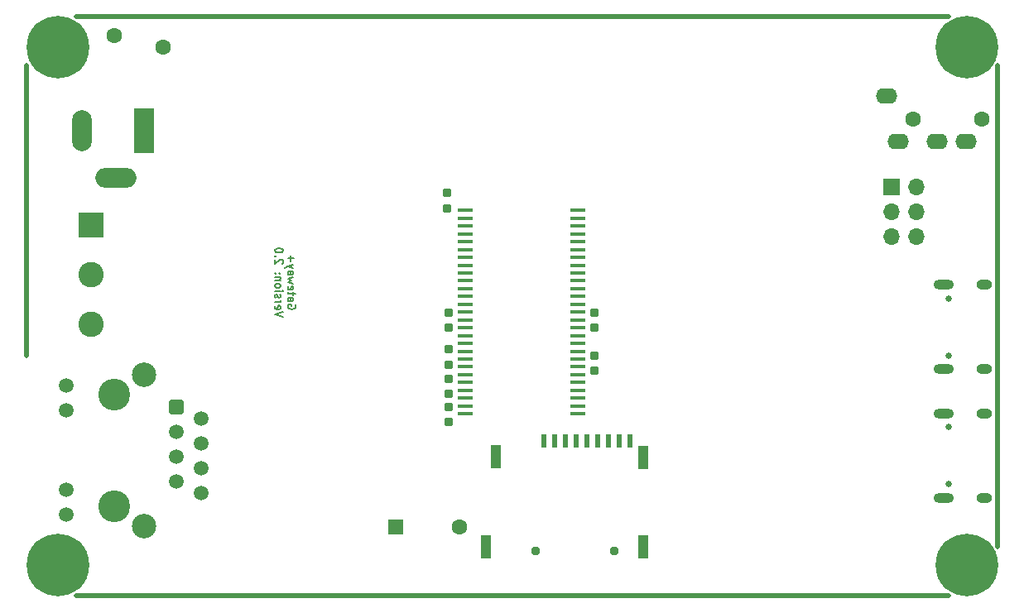
<source format=gbs>
G04 #@! TF.GenerationSoftware,KiCad,Pcbnew,7.0.1-3b83917a11~172~ubuntu22.10.1*
G04 #@! TF.CreationDate,2023-03-21T16:32:08+07:00*
G04 #@! TF.ProjectId,GatewayPlus_V1.4,47617465-7761-4795-906c-75735f56312e,rev?*
G04 #@! TF.SameCoordinates,Original*
G04 #@! TF.FileFunction,Soldermask,Bot*
G04 #@! TF.FilePolarity,Negative*
%FSLAX46Y46*%
G04 Gerber Fmt 4.6, Leading zero omitted, Abs format (unit mm)*
G04 Created by KiCad (PCBNEW 7.0.1-3b83917a11~172~ubuntu22.10.1) date 2023-03-21 16:32:08*
%MOMM*%
%LPD*%
G01*
G04 APERTURE LIST*
G04 Aperture macros list*
%AMRoundRect*
0 Rectangle with rounded corners*
0 $1 Rounding radius*
0 $2 $3 $4 $5 $6 $7 $8 $9 X,Y pos of 4 corners*
0 Add a 4 corners polygon primitive as box body*
4,1,4,$2,$3,$4,$5,$6,$7,$8,$9,$2,$3,0*
0 Add four circle primitives for the rounded corners*
1,1,$1+$1,$2,$3*
1,1,$1+$1,$4,$5*
1,1,$1+$1,$6,$7*
1,1,$1+$1,$8,$9*
0 Add four rect primitives between the rounded corners*
20,1,$1+$1,$2,$3,$4,$5,0*
20,1,$1+$1,$4,$5,$6,$7,0*
20,1,$1+$1,$6,$7,$8,$9,0*
20,1,$1+$1,$8,$9,$2,$3,0*%
G04 Aperture macros list end*
%ADD10C,0.500000*%
%ADD11C,0.200000*%
%ADD12C,0.800000*%
%ADD13C,6.400000*%
%ADD14R,2.600000X2.600000*%
%ADD15C,2.600000*%
%ADD16R,2.000000X4.600000*%
%ADD17O,2.000000X4.200000*%
%ADD18O,4.200000X2.000000*%
%ADD19C,1.600000*%
%ADD20C,0.650000*%
%ADD21O,2.100000X1.000000*%
%ADD22O,1.600000X1.000000*%
%ADD23C,3.250000*%
%ADD24RoundRect,0.250500X-0.499500X0.499500X-0.499500X-0.499500X0.499500X-0.499500X0.499500X0.499500X0*%
%ADD25C,1.500000*%
%ADD26C,2.500000*%
%ADD27O,2.200000X1.600000*%
%ADD28R,1.600000X1.600000*%
%ADD29R,1.700000X1.700000*%
%ADD30O,1.700000X1.700000*%
%ADD31RoundRect,0.127500X-0.322500X0.297500X-0.322500X-0.297500X0.322500X-0.297500X0.322500X0.297500X0*%
%ADD32R,1.510000X0.458000*%
%ADD33RoundRect,0.127500X0.322500X-0.297500X0.322500X0.297500X-0.322500X0.297500X-0.322500X-0.297500X0*%
%ADD34R,0.620000X1.400000*%
%ADD35C,0.950000*%
%ADD36R,1.100000X2.400000*%
G04 APERTURE END LIST*
D10*
X97560000Y-93049056D02*
X97560000Y-63380000D01*
X191850000Y-117659056D02*
X102580000Y-117659056D01*
X196860000Y-63360000D02*
X196860000Y-112640000D01*
X191840000Y-58359056D02*
X102580000Y-58359056D01*
D11*
X125005809Y-87844762D02*
X125043904Y-87920952D01*
X125043904Y-87920952D02*
X125043904Y-88035238D01*
X125043904Y-88035238D02*
X125005809Y-88149524D01*
X125005809Y-88149524D02*
X124929619Y-88225714D01*
X124929619Y-88225714D02*
X124853428Y-88263809D01*
X124853428Y-88263809D02*
X124701047Y-88301905D01*
X124701047Y-88301905D02*
X124586761Y-88301905D01*
X124586761Y-88301905D02*
X124434380Y-88263809D01*
X124434380Y-88263809D02*
X124358190Y-88225714D01*
X124358190Y-88225714D02*
X124282000Y-88149524D01*
X124282000Y-88149524D02*
X124243904Y-88035238D01*
X124243904Y-88035238D02*
X124243904Y-87959047D01*
X124243904Y-87959047D02*
X124282000Y-87844762D01*
X124282000Y-87844762D02*
X124320095Y-87806666D01*
X124320095Y-87806666D02*
X124586761Y-87806666D01*
X124586761Y-87806666D02*
X124586761Y-87959047D01*
X124243904Y-87120952D02*
X124662952Y-87120952D01*
X124662952Y-87120952D02*
X124739142Y-87159047D01*
X124739142Y-87159047D02*
X124777238Y-87235238D01*
X124777238Y-87235238D02*
X124777238Y-87387619D01*
X124777238Y-87387619D02*
X124739142Y-87463809D01*
X124282000Y-87120952D02*
X124243904Y-87197143D01*
X124243904Y-87197143D02*
X124243904Y-87387619D01*
X124243904Y-87387619D02*
X124282000Y-87463809D01*
X124282000Y-87463809D02*
X124358190Y-87501905D01*
X124358190Y-87501905D02*
X124434380Y-87501905D01*
X124434380Y-87501905D02*
X124510571Y-87463809D01*
X124510571Y-87463809D02*
X124548666Y-87387619D01*
X124548666Y-87387619D02*
X124548666Y-87197143D01*
X124548666Y-87197143D02*
X124586761Y-87120952D01*
X124777238Y-86854285D02*
X124777238Y-86549523D01*
X125043904Y-86739999D02*
X124358190Y-86739999D01*
X124358190Y-86739999D02*
X124282000Y-86701904D01*
X124282000Y-86701904D02*
X124243904Y-86625714D01*
X124243904Y-86625714D02*
X124243904Y-86549523D01*
X124282000Y-85978094D02*
X124243904Y-86054285D01*
X124243904Y-86054285D02*
X124243904Y-86206666D01*
X124243904Y-86206666D02*
X124282000Y-86282856D01*
X124282000Y-86282856D02*
X124358190Y-86320952D01*
X124358190Y-86320952D02*
X124662952Y-86320952D01*
X124662952Y-86320952D02*
X124739142Y-86282856D01*
X124739142Y-86282856D02*
X124777238Y-86206666D01*
X124777238Y-86206666D02*
X124777238Y-86054285D01*
X124777238Y-86054285D02*
X124739142Y-85978094D01*
X124739142Y-85978094D02*
X124662952Y-85939999D01*
X124662952Y-85939999D02*
X124586761Y-85939999D01*
X124586761Y-85939999D02*
X124510571Y-86320952D01*
X124777238Y-85673333D02*
X124243904Y-85520952D01*
X124243904Y-85520952D02*
X124624857Y-85368571D01*
X124624857Y-85368571D02*
X124243904Y-85216190D01*
X124243904Y-85216190D02*
X124777238Y-85063809D01*
X124243904Y-84416190D02*
X124662952Y-84416190D01*
X124662952Y-84416190D02*
X124739142Y-84454285D01*
X124739142Y-84454285D02*
X124777238Y-84530476D01*
X124777238Y-84530476D02*
X124777238Y-84682857D01*
X124777238Y-84682857D02*
X124739142Y-84759047D01*
X124282000Y-84416190D02*
X124243904Y-84492381D01*
X124243904Y-84492381D02*
X124243904Y-84682857D01*
X124243904Y-84682857D02*
X124282000Y-84759047D01*
X124282000Y-84759047D02*
X124358190Y-84797143D01*
X124358190Y-84797143D02*
X124434380Y-84797143D01*
X124434380Y-84797143D02*
X124510571Y-84759047D01*
X124510571Y-84759047D02*
X124548666Y-84682857D01*
X124548666Y-84682857D02*
X124548666Y-84492381D01*
X124548666Y-84492381D02*
X124586761Y-84416190D01*
X124777238Y-84111428D02*
X124243904Y-83920952D01*
X124777238Y-83730475D02*
X124243904Y-83920952D01*
X124243904Y-83920952D02*
X124053428Y-83997142D01*
X124053428Y-83997142D02*
X124015333Y-84035237D01*
X124015333Y-84035237D02*
X123977238Y-84111428D01*
X124548666Y-83425713D02*
X124548666Y-82816190D01*
X124243904Y-83120951D02*
X124853428Y-83120951D01*
X123747904Y-89082856D02*
X122947904Y-88816189D01*
X122947904Y-88816189D02*
X123747904Y-88549523D01*
X122986000Y-87978094D02*
X122947904Y-88054285D01*
X122947904Y-88054285D02*
X122947904Y-88206666D01*
X122947904Y-88206666D02*
X122986000Y-88282856D01*
X122986000Y-88282856D02*
X123062190Y-88320952D01*
X123062190Y-88320952D02*
X123366952Y-88320952D01*
X123366952Y-88320952D02*
X123443142Y-88282856D01*
X123443142Y-88282856D02*
X123481238Y-88206666D01*
X123481238Y-88206666D02*
X123481238Y-88054285D01*
X123481238Y-88054285D02*
X123443142Y-87978094D01*
X123443142Y-87978094D02*
X123366952Y-87939999D01*
X123366952Y-87939999D02*
X123290761Y-87939999D01*
X123290761Y-87939999D02*
X123214571Y-88320952D01*
X122947904Y-87597142D02*
X123481238Y-87597142D01*
X123328857Y-87597142D02*
X123405047Y-87559047D01*
X123405047Y-87559047D02*
X123443142Y-87520952D01*
X123443142Y-87520952D02*
X123481238Y-87444761D01*
X123481238Y-87444761D02*
X123481238Y-87368571D01*
X122986000Y-87140000D02*
X122947904Y-87063809D01*
X122947904Y-87063809D02*
X122947904Y-86911428D01*
X122947904Y-86911428D02*
X122986000Y-86835238D01*
X122986000Y-86835238D02*
X123062190Y-86797142D01*
X123062190Y-86797142D02*
X123100285Y-86797142D01*
X123100285Y-86797142D02*
X123176476Y-86835238D01*
X123176476Y-86835238D02*
X123214571Y-86911428D01*
X123214571Y-86911428D02*
X123214571Y-87025714D01*
X123214571Y-87025714D02*
X123252666Y-87101904D01*
X123252666Y-87101904D02*
X123328857Y-87140000D01*
X123328857Y-87140000D02*
X123366952Y-87140000D01*
X123366952Y-87140000D02*
X123443142Y-87101904D01*
X123443142Y-87101904D02*
X123481238Y-87025714D01*
X123481238Y-87025714D02*
X123481238Y-86911428D01*
X123481238Y-86911428D02*
X123443142Y-86835238D01*
X122947904Y-86454285D02*
X123481238Y-86454285D01*
X123747904Y-86454285D02*
X123709809Y-86492381D01*
X123709809Y-86492381D02*
X123671714Y-86454285D01*
X123671714Y-86454285D02*
X123709809Y-86416190D01*
X123709809Y-86416190D02*
X123747904Y-86454285D01*
X123747904Y-86454285D02*
X123671714Y-86454285D01*
X122947904Y-85959048D02*
X122986000Y-86035238D01*
X122986000Y-86035238D02*
X123024095Y-86073333D01*
X123024095Y-86073333D02*
X123100285Y-86111429D01*
X123100285Y-86111429D02*
X123328857Y-86111429D01*
X123328857Y-86111429D02*
X123405047Y-86073333D01*
X123405047Y-86073333D02*
X123443142Y-86035238D01*
X123443142Y-86035238D02*
X123481238Y-85959048D01*
X123481238Y-85959048D02*
X123481238Y-85844762D01*
X123481238Y-85844762D02*
X123443142Y-85768571D01*
X123443142Y-85768571D02*
X123405047Y-85730476D01*
X123405047Y-85730476D02*
X123328857Y-85692381D01*
X123328857Y-85692381D02*
X123100285Y-85692381D01*
X123100285Y-85692381D02*
X123024095Y-85730476D01*
X123024095Y-85730476D02*
X122986000Y-85768571D01*
X122986000Y-85768571D02*
X122947904Y-85844762D01*
X122947904Y-85844762D02*
X122947904Y-85959048D01*
X123481238Y-85349523D02*
X122947904Y-85349523D01*
X123405047Y-85349523D02*
X123443142Y-85311428D01*
X123443142Y-85311428D02*
X123481238Y-85235238D01*
X123481238Y-85235238D02*
X123481238Y-85120952D01*
X123481238Y-85120952D02*
X123443142Y-85044761D01*
X123443142Y-85044761D02*
X123366952Y-85006666D01*
X123366952Y-85006666D02*
X122947904Y-85006666D01*
X123024095Y-84625713D02*
X122986000Y-84587618D01*
X122986000Y-84587618D02*
X122947904Y-84625713D01*
X122947904Y-84625713D02*
X122986000Y-84663809D01*
X122986000Y-84663809D02*
X123024095Y-84625713D01*
X123024095Y-84625713D02*
X122947904Y-84625713D01*
X123443142Y-84625713D02*
X123405047Y-84587618D01*
X123405047Y-84587618D02*
X123366952Y-84625713D01*
X123366952Y-84625713D02*
X123405047Y-84663809D01*
X123405047Y-84663809D02*
X123443142Y-84625713D01*
X123443142Y-84625713D02*
X123366952Y-84625713D01*
X123671714Y-83673333D02*
X123709809Y-83635237D01*
X123709809Y-83635237D02*
X123747904Y-83559047D01*
X123747904Y-83559047D02*
X123747904Y-83368571D01*
X123747904Y-83368571D02*
X123709809Y-83292380D01*
X123709809Y-83292380D02*
X123671714Y-83254285D01*
X123671714Y-83254285D02*
X123595523Y-83216190D01*
X123595523Y-83216190D02*
X123519333Y-83216190D01*
X123519333Y-83216190D02*
X123405047Y-83254285D01*
X123405047Y-83254285D02*
X122947904Y-83711428D01*
X122947904Y-83711428D02*
X122947904Y-83216190D01*
X123024095Y-82873332D02*
X122986000Y-82835237D01*
X122986000Y-82835237D02*
X122947904Y-82873332D01*
X122947904Y-82873332D02*
X122986000Y-82911428D01*
X122986000Y-82911428D02*
X123024095Y-82873332D01*
X123024095Y-82873332D02*
X122947904Y-82873332D01*
X123747904Y-82339999D02*
X123747904Y-82263809D01*
X123747904Y-82263809D02*
X123709809Y-82187618D01*
X123709809Y-82187618D02*
X123671714Y-82149523D01*
X123671714Y-82149523D02*
X123595523Y-82111428D01*
X123595523Y-82111428D02*
X123443142Y-82073333D01*
X123443142Y-82073333D02*
X123252666Y-82073333D01*
X123252666Y-82073333D02*
X123100285Y-82111428D01*
X123100285Y-82111428D02*
X123024095Y-82149523D01*
X123024095Y-82149523D02*
X122986000Y-82187618D01*
X122986000Y-82187618D02*
X122947904Y-82263809D01*
X122947904Y-82263809D02*
X122947904Y-82339999D01*
X122947904Y-82339999D02*
X122986000Y-82416190D01*
X122986000Y-82416190D02*
X123024095Y-82454285D01*
X123024095Y-82454285D02*
X123100285Y-82492380D01*
X123100285Y-82492380D02*
X123252666Y-82530476D01*
X123252666Y-82530476D02*
X123443142Y-82530476D01*
X123443142Y-82530476D02*
X123595523Y-82492380D01*
X123595523Y-82492380D02*
X123671714Y-82454285D01*
X123671714Y-82454285D02*
X123709809Y-82416190D01*
X123709809Y-82416190D02*
X123747904Y-82339999D01*
D12*
X191310000Y-61509056D03*
X192012944Y-59812000D03*
X192012944Y-63206112D03*
X193710000Y-59109056D03*
D13*
X193710000Y-61509056D03*
D12*
X193710000Y-63909056D03*
X195407056Y-59812000D03*
X195407056Y-63206112D03*
X196110000Y-61509056D03*
X191310000Y-114509056D03*
X192012944Y-112812000D03*
X192012944Y-116206112D03*
X193710000Y-112109056D03*
D13*
X193710000Y-114509056D03*
D12*
X193710000Y-116909056D03*
X195407056Y-112812000D03*
X195407056Y-116206112D03*
X196110000Y-114509056D03*
D14*
X104150000Y-79729056D03*
D15*
X104150000Y-84809056D03*
X104150000Y-89889056D03*
D16*
X109530000Y-70034056D03*
D17*
X103230000Y-70034056D03*
D18*
X106630000Y-74834056D03*
D12*
X98310000Y-61509056D03*
X99012944Y-59812000D03*
X99012944Y-63206112D03*
X100710000Y-59109056D03*
D13*
X100710000Y-61509056D03*
D12*
X100710000Y-63909056D03*
X102407056Y-59812000D03*
X102407056Y-63206112D03*
X103110000Y-61509056D03*
D19*
X111470000Y-61479056D03*
X106470000Y-60279056D03*
D20*
X191870000Y-93039056D03*
X191870000Y-87259056D03*
D21*
X191340000Y-94469056D03*
D22*
X195520000Y-94469056D03*
D21*
X191340000Y-85829056D03*
D22*
X195520000Y-85829056D03*
D20*
X191850000Y-106169056D03*
X191850000Y-100389056D03*
D21*
X191320000Y-107599056D03*
D22*
X195500000Y-107599056D03*
D21*
X191320000Y-98959056D03*
D22*
X195500000Y-98959056D03*
D23*
X106472500Y-97014056D03*
X106472500Y-108444056D03*
D24*
X112832500Y-98289056D03*
D25*
X115372500Y-99549056D03*
X112832500Y-100829056D03*
X115372500Y-102089056D03*
X112832500Y-103369056D03*
X115372500Y-104629056D03*
X112832500Y-105909056D03*
X115372500Y-107169056D03*
X101572500Y-96104056D03*
X101572500Y-98644056D03*
X101572500Y-106814056D03*
X101572500Y-109354056D03*
D26*
X109522500Y-94984056D03*
X109522500Y-110474056D03*
D12*
X98310000Y-114509056D03*
X99012944Y-112812000D03*
X99012944Y-116206112D03*
X100710000Y-112109056D03*
D13*
X100710000Y-114509056D03*
D12*
X100710000Y-116909056D03*
X102407056Y-112812000D03*
X102407056Y-116206112D03*
X103110000Y-114509056D03*
D19*
X195240000Y-68819056D03*
X188240000Y-68819056D03*
D27*
X190640000Y-71119056D03*
X193640000Y-71119056D03*
X185530000Y-66519056D03*
X186640000Y-71119056D03*
D28*
X135290000Y-110569056D03*
D19*
X141790000Y-110569056D03*
D29*
X185990000Y-75819056D03*
D30*
X188530000Y-75819056D03*
X185990000Y-78359056D03*
X188530000Y-78359056D03*
X185990000Y-80899056D03*
X188530000Y-80899056D03*
D31*
X140685000Y-95434056D03*
X140685000Y-96984056D03*
D32*
X142410000Y-99009056D03*
X142410000Y-98209056D03*
X142410000Y-97409056D03*
X142410000Y-96609056D03*
X142410000Y-95809056D03*
X142410000Y-95009056D03*
X142410000Y-94209056D03*
X142410000Y-93409056D03*
X142410000Y-92609056D03*
X142410000Y-91809056D03*
X142410000Y-91009056D03*
X142410000Y-90209056D03*
X142410000Y-89409056D03*
X142410000Y-88609056D03*
X142410000Y-87809056D03*
X142410000Y-87009056D03*
X142410000Y-86209056D03*
X142410000Y-85409056D03*
X142410000Y-84609056D03*
X142410000Y-83809056D03*
X142410000Y-83009056D03*
X142410000Y-82209056D03*
X142410000Y-81409056D03*
X142410000Y-80609056D03*
X142410000Y-79809056D03*
X142410000Y-79009056D03*
X142410000Y-78209056D03*
X153910000Y-78209056D03*
X153910000Y-79009056D03*
X153910000Y-79809056D03*
X153910000Y-80609056D03*
X153910000Y-81409056D03*
X153910000Y-82209056D03*
X153910000Y-83009056D03*
X153910000Y-83809056D03*
X153910000Y-84609056D03*
X153910000Y-85409056D03*
X153910000Y-86209056D03*
X153910000Y-87009056D03*
X153910000Y-87809056D03*
X153910000Y-88609056D03*
X153910000Y-89409056D03*
X153910000Y-90209056D03*
X153910000Y-91009056D03*
X153910000Y-91809056D03*
X153910000Y-92609056D03*
X153910000Y-93409056D03*
X153910000Y-94209056D03*
X153910000Y-95009056D03*
X153910000Y-95809056D03*
X153910000Y-96609056D03*
X153910000Y-97409056D03*
X153910000Y-98209056D03*
X153910000Y-99009056D03*
D31*
X155635000Y-93034056D03*
X155635000Y-94584056D03*
D33*
X140685000Y-93984056D03*
X140685000Y-92434056D03*
D31*
X155635000Y-88634056D03*
X155635000Y-90184056D03*
D33*
X140685000Y-99859056D03*
X140685000Y-98309056D03*
D34*
X159230000Y-101831556D03*
D35*
X157610000Y-113056556D03*
X149610000Y-113056556D03*
D34*
X150430000Y-101831556D03*
X151530000Y-101831556D03*
X152630000Y-101831556D03*
X153730000Y-101831556D03*
X154830000Y-101831556D03*
X155930000Y-101831556D03*
X157030000Y-101831556D03*
X158130000Y-101831556D03*
D36*
X160610000Y-112636556D03*
X160610000Y-103456556D03*
X145510000Y-103381556D03*
X144535000Y-112631556D03*
D33*
X140685000Y-90184056D03*
X140685000Y-88634056D03*
D31*
X140560000Y-76435000D03*
X140560000Y-77985000D03*
M02*

</source>
